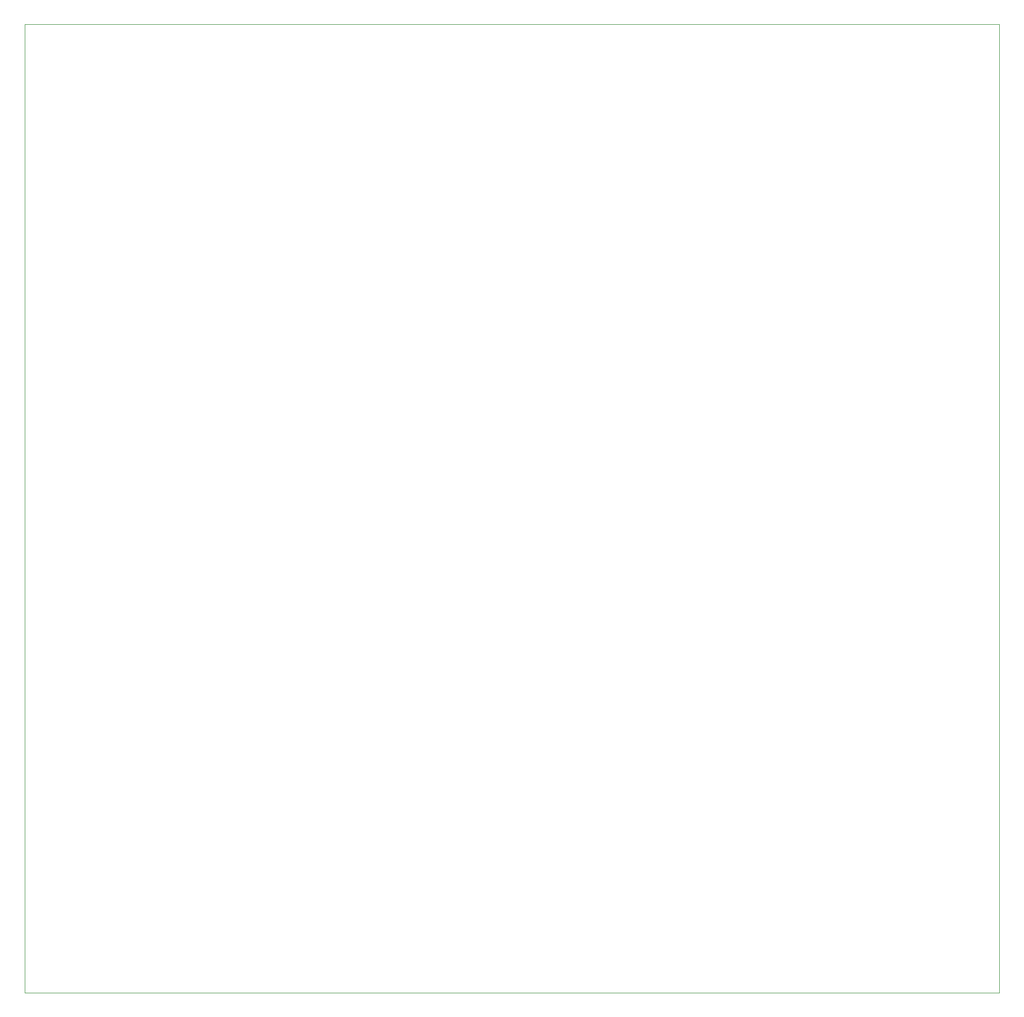
<source format=gbr>
%TF.GenerationSoftware,KiCad,Pcbnew,8.0.6*%
%TF.CreationDate,2024-12-10T22:17:20+01:00*%
%TF.ProjectId,lisn-pcb,6c69736e-2d70-4636-922e-6b696361645f,rev?*%
%TF.SameCoordinates,Original*%
%TF.FileFunction,Profile,NP*%
%FSLAX46Y46*%
G04 Gerber Fmt 4.6, Leading zero omitted, Abs format (unit mm)*
G04 Created by KiCad (PCBNEW 8.0.6) date 2024-12-10 22:17:20*
%MOMM*%
%LPD*%
G01*
G04 APERTURE LIST*
%TA.AperFunction,Profile*%
%ADD10C,0.050000*%
%TD*%
G04 APERTURE END LIST*
D10*
X260000000Y-41000000D02*
X260000000Y-200000000D01*
X100000000Y-41000000D02*
X260000000Y-41000000D01*
X100000000Y-200000000D02*
X100000000Y-41000000D01*
X100000000Y-200000000D02*
X260000000Y-200000000D01*
M02*

</source>
